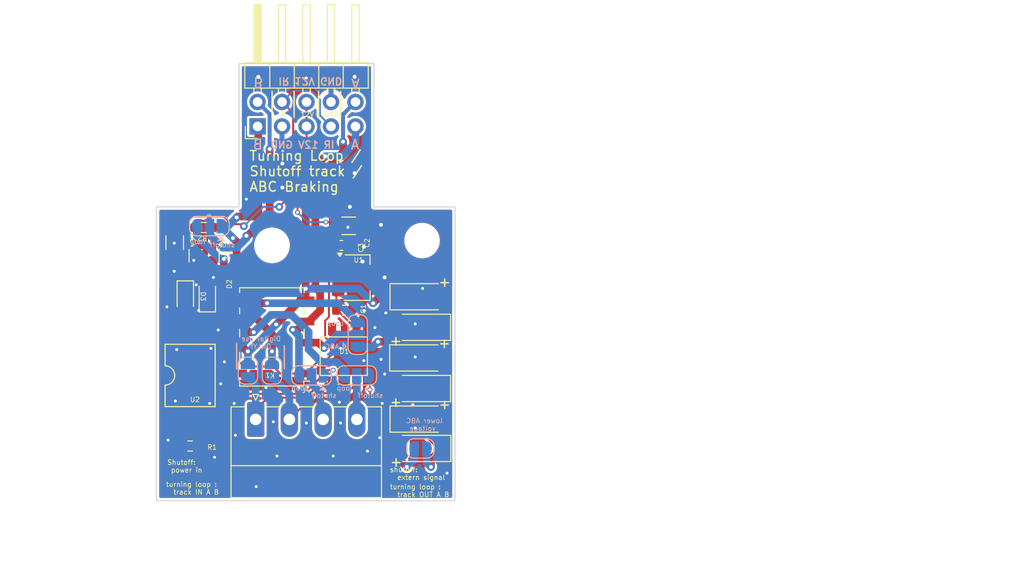
<source format=kicad_pcb>
(kicad_pcb (version 20240108) (generator "pcbnew") (generator_version "8.0")
  (layers (0 "F.Cu" signal) (31 "B.Cu" signal) (34 "B.Paste" user) (35 "F.Paste" user) (36 "B.SilkS" user "B.Silkscreen") (37 "F.SilkS" user "F.Silkscreen") (38 "B.Mask" user) (39 "F.Mask" user) (44 "Edge.Cuts" user))
  (net 0 "")
  (net 1 "VCC")
  (net 2 "GND")
  (net 3 "+12V")
  (net 4 "/DCC_A_OUT")
  (net 5 "/DCC_B_OUT")
  (net 6 "/DCC_B_IN")
  (net 7 "/DCC_A_IN")
  (net 8 "Net-(D2-A)")
  (net 9 "/pow_1")
  (net 10 "Net-(Q2-B)")
  (net 11 "Net-(D3-K)")
  (net 12 "/pow_2")
  (net 13 "/sensor")
  (net 14 "Net-(J4-Pin_4)")
  (net 15 "Net-(J4-Pin_3)")
  (net 16 "/extern_1")
  (net 17 "/extern_2")
  (net 18 "/DCC_B_RELAY")
  (net 19 "Net-(D4-K)")
  (net 20 "Net-(D5-K)")
  (net 21 "/ABC/NEG")
  (net 22 "Net-(D7-K)")
  (net 23 "Net-(D8-K)")
  (net 24 "Net-(JP6-C)")
  (net 25 "Net-(R1-Pad2)")
  (footprint "custom_kicad_lib_sk:S2MF_DIODE" (layer "F.Cu") (at 153.797 55.855 180)
    (property "Reference" "D7" (hide yes))
    (property "Value" "S2MF")
    (fp_text user "+" (at 1.8 -0.95 180) (layer "F.SilkS") (effects (justify left bottom)))
    (pad "1" smd roundrect (at -2.25 0 180) (size 1.6 1.8) (layers "F.Cu" "F.Paste" "F.Mask") (roundrect_rratio 0.1785714286) (net 22 "Net-(D7-K)"))
    (pad "2" smd roundrect (at 2.15 0 180) (size 1.6 1.8) (layers "F.Cu" "F.Paste" "F.Mask") (roundrect_rratio 0.1785714286) (net 20 "Net-(D5-K)"))
  )
  (footprint "Connector_PinHeader_2.54mm:PinHeader_2x05_P2.54mm_Horizontal" (layer "F.Cu") (at 136.925 28.65 90)
    (property "Reference" "J2" (hide yes))
    (property "Value" "Conn_02x05_Odd_Even")
    (pad "1" thru_hole rect (at 0 0 90) (size 1.7 1.7) (drill 1) (layers "*.Cu" "*.Mask") (net 6 "/DCC_B_IN"))
    (pad "2" thru_hole oval (at 2.54 0 90) (size 1.7 1.7) (drill 1) (layers "*.Cu" "*.Mask") (net 5 "/DCC_B_OUT"))
    (pad "3" thru_hole oval (at 0 2.54 90) (size 1.7 1.7) (drill 1) (layers "*.Cu" "*.Mask") (net 2 "GND"))
    (pad "4" thru_hole oval (at 2.54 2.54 90) (size 1.7 1.7) (drill 1) (layers "*.Cu" "*.Mask") (net 13 "/sensor"))
    (pad "5" thru_hole oval (at 0 5.08 90) (size 1.7 1.7) (drill 1) (layers "*.Cu" "*.Mask") (net 3 "+12V"))
    (pad "6" thru_hole oval (at 2.54 5.08 90) (size 1.7 1.7) (drill 1) (layers "*.Cu" "*.Mask") (net 3 "+12V"))
    (pad "7" thru_hole oval (at 0 7.62 90) (size 1.7 1.7) (drill 1) (layers "*.Cu" "*.Mask") (net 13 "/sensor"))
    (pad "8" thru_hole oval (at 2.54 7.62 90) (size 1.7 1.7) (drill 1) (layers "*.Cu" "*.Mask") (net 2 "GND"))
    (pad "9" thru_hole oval (at 0 10.16 90) (size 1.7 1.7) (drill 1) (layers "*.Cu" "*.Mask") (net 7 "/DCC_A_IN"))
    (pad "10" thru_hole oval (at 2.54 10.16 90) (size 1.7 1.7) (drill 1) (layers "*.Cu" "*.Mask") (net 4 "/DCC_A_OUT"))
  )
  (footprint "custom_kicad_lib_sk:S2MF_DIODE" (layer "F.Cu") (at 153.833 46.33)
    (property "Reference" "D6" (hide yes))
    (property "Value" "S2MF")
    (fp_text user "+" (at 1.8 -0.95 0) (layer "F.SilkS") (effects (justify left bottom)))
    (pad "1" smd roundrect (at -2.25 0) (size 1.6 1.8) (layers "F.Cu" "F.Paste" "F.Mask") (roundrect_rratio 0.1785714286) (net 7 "/DCC_A_IN"))
    (pad "2" smd roundrect (at 2.15 0) (size 1.6 1.8) (layers "F.Cu" "F.Paste" "F.Mask") (roundrect_rratio 0.1785714286) (net 21 "/ABC/NEG"))
  )
  (footprint "custom_kicad_lib_sk:MB10s" (layer "F.Cu") (at 145.923 52.5)
    (property "Reference" "D1" (at 0 -0.5 0) (layer "F.SilkS") (effects (font (size 0.5 0.5) (thickness 0.075))))
    (property "Value" "MB10S")
    (fp_text user "~" (at 0.3 3.2 0) (layer "F.SilkS") (effects (font (size 0.5 0.5) (thickness 0.075)) (justify left bottom)))
    (fp_text user "+" (at 0.2 -2.5 0) (layer "F.SilkS") (effects (font (size 0.5 0.5) (thickness 0.075)) (justify left bottom)))
    (fp_text user "-" (at -0.9 -2.5 0) (layer "F.SilkS") (effects (font (size 0.5 0.5) (thickness 0.075)) (justify left bottom)))
    (fp_text user "~" (at -0.8 3.2 0) (layer "F.SilkS") (effects (font (size 0.5 0.5) (thickness 0.075)) (justify left bottom)))
    (pad "1" smd roundrect (at 1.275 -2.7715 270) (size 1.343 0.85) (layers "F.Cu" "F.Paste" "F.Mask") (net 1 "VCC"))
    (pad "2" smd roundrect (at -1.27 -2.7715 270) (size 1.343 0.84) (layers "F.Cu" "F.Paste" "F.Mask") (net 2 "GND"))
    (pad "3" smd roundrect (at -1.27 2.8215 270) (size 1.443 0.84) (layers "F.Cu" "F.Paste" "F.Mask") (net 9 "/pow_1"))
    (pad "4" smd roundrect (at 1.27 2.8215 270) (size 1.443 0.84) (layers "F.Cu" "F.Paste" "F.Mask") (net 12 "/pow_2"))
  )
  (footprint "Resistor_SMD:R_0603_1608Metric" (layer "F.Cu") (at 129.921 61.824 180)
    (property "Reference" "R1" (at -2.286 -0.127 0) (layer "F.SilkS") (effects (font (size 0.5 0.5) (thickness 0.075))))
    (property "Value" "390R")
    (pad "1" smd roundrect (at -0.825 0 180) (size 0.8 0.95) (layers "F.Cu" "F.Paste" "F.Mask") (net 17 "/extern_2"))
    (pad "2" smd roundrect (at 0.825 0 180) (size 0.8 0.95) (layers "F.Cu" "F.Paste" "F.Mask") (net 25 "Net-(R1-Pad2)"))
  )
  (footprint "Diode_SMD:D_SOD-323" (layer "F.Cu") (at 131.707 46.29 90)
    (property "Reference" "D2" (at 1.27 2.286 90) (layer "F.SilkS") (effects (font (size 0.5 0.5) (thickness 0.075))))
    (property "Value" "1N4148WS")
    (pad "1" smd roundrect (at -1.05 0 90) (size 0.6 0.45) (layers "F.Cu" "F.Paste" "F.Mask") (net 3 "+12V"))
    (pad "2" smd roundrect (at 1.05 0 90) (size 0.6 0.45) (layers "F.Cu" "F.Paste" "F.Mask") (net 8 "Net-(D2-A)"))
  )
  (footprint "custom_kicad_lib_sk:S2MF_DIODE" (layer "F.Cu") (at 153.824 62.078 180)
    (property "Reference" "D9" (hide yes))
    (property "Value" "S2MF")
    (fp_text user "+" (at 1.8 -0.95 180) (layer "F.SilkS") (effects (justify left bottom)))
    (pad "1" smd roundrect (at -2.25 0 180) (size 1.6 1.8) (layers "F.Cu" "F.Paste" "F.Mask") (roundrect_rratio 0.1785714286) (net 21 "/ABC/NEG"))
    (pad "2" smd roundrect (at 2.15 0 180) (size 1.6 1.8) (layers "F.Cu" "F.Paste" "F.Mask") (roundrect_rratio 0.1785714286) (net 23 "Net-(D8-K)"))
  )
  (footprint "custom_kicad_lib_sk:R_0603_smalltext" (layer "F.Cu") (at 131.3475 39.1415 180)
    (property "Reference" "R2" (at 0.15 -1.125 180) (layer "F.SilkS") (effects (font (size 0.5 0.5) (thickness 0.075))))
    (property "Value" "4k7")
    (pad "1" smd roundrect (at -0.9125 0 180) (size 0.975 0.95) (layers "F.Cu" "F.Paste" "F.Mask") (net 10 "Net-(Q2-B)"))
    (pad "2" smd roundrect (at 0.9125 0 180) (size 0.975 0.95) (layers "F.Cu" "F.Paste" "F.Mask") (net 11 "Net-(D3-K)"))
  )
  (footprint "Capacitor_SMD:C_1206_3216Metric" (layer "F.Cu") (at 146.3865 38.966)
    (property "Reference" "C2" (at 1.905 1.778 90) (layer "F.SilkS") (effects (font (size 0.5 0.5) (thickness 0.075))))
    (property "Value" "22uF")
    (pad "1" smd roundrect (at -1.475 0) (size 1.15 1.8) (layers "F.Cu" "F.Paste" "F.Mask") (roundrect_rratio 0.217391) (net 3 "+12V"))
    (pad "2" smd roundrect (at 1.475 0) (size 1.15 1.8) (layers "F.Cu" "F.Paste" "F.Mask") (roundrect_rratio 0.217391) (net 2 "GND"))
  )
  (footprint "Capacitor_SMD:C_1206_3216Metric" (layer "F.Cu") (at 128.323 40.7145 -90)
    (property "Reference" "C4" (at 0 -1.85 -90) (layer "F.SilkS") (effects (font (size 0.5 0.5) (thickness 0.075))))
    (property "Value" "22uF")
    (pad "1" smd roundrect (at -1.475 0 270) (size 1.15 1.8) (layers "F.Cu" "F.Paste" "F.Mask") (roundrect_rratio 0.217391) (net 11 "Net-(D3-K)"))
    (pad "2" smd roundrect (at 1.475 0 270) (size 1.15 1.8) (layers "F.Cu" "F.Paste" "F.Mask") (roundrect_rratio 0.217391) (net 2 "GND"))
  )
  (footprint "Relay_SMD:Relay_DPDT_Omron_G6K-2F-Y" (layer "F.Cu") (at 138.421 50.5 180)
    (property "Reference" "K1" (at 0.198 -3.988 180) (layer "F.SilkS") (effects (font (size 0.5 0.5) (thickness 0.075))))
    (property "Value" "G6K-2F-Y-TR DC5")
    (pad "1" smd rect (at -3.5 -3.8 180) (size 1.8 0.8) (layers "F.Cu" "F.Paste" "F.Mask") (net 3 "+12V"))
    (pad "2" smd rect (at -3.5 -0.6 180) (size 1.8 0.8) (layers "F.Cu" "F.Paste" "F.Mask") (net 24 "Net-(JP6-C)"))
    (pad "3" smd rect (at -3.5 1.6 180) (size 1.8 0.8) (layers "F.Cu" "F.Paste" "F.Mask") (net 4 "/DCC_A_OUT"))
    (pad "4" smd rect (at -3.5 3.8 180) (size 1.8 0.8) (layers "F.Cu" "F.Paste" "F.Mask") (net 7 "/DCC_A_IN"))
    (pad "5" smd rect (at 3.5 3.8 180) (size 1.8 0.8) (layers "F.Cu" "F.Paste" "F.Mask") (net 6 "/DCC_B_IN"))
    (pad "6" smd rect (at 3.5 1.6 180) (size 1.8 0.8) (layers "F.Cu" "F.Paste" "F.Mask") (net 18 "/DCC_B_RELAY"))
    (pad "7" smd rect (at 3.5 -0.6 180) (size 1.8 0.8) (layers "F.Cu" "F.Paste" "F.Mask") (net 7 "/DCC_A_IN"))
    (pad "8" smd rect (at 3.5 -3.8 180) (size 1.8 0.8) (layers "F.Cu" "F.Paste" "F.Mask") (net 8 "Net-(D2-A)"))
  )
  (footprint "custom_kicad_lib_sk:S2MF_DIODE" (layer "F.Cu") (at 153.833 59.03)
    (property "Reference" "D8" (hide yes))
    (property "Value" "S2MF")
    (fp_text user "+" (at 1.8 -0.95 0) (layer "F.SilkS") (effects (justify left bottom)))
    (pad "1" smd roundrect (at -2.25 0) (size 1.6 1.8) (layers "F.Cu" "F.Paste" "F.Mask") (roundrect_rratio 0.1785714286) (net 23 "Net-(D8-K)"))
    (pad "2" smd roundrect (at 2.15 0) (size 1.6 1.8) (layers "F.Cu" "F.Paste" "F.Mask") (roundrect_rratio 0.1785714286) (net 22 "Net-(D7-K)"))
  )
  (footprint "custom_kicad_lib_sk:S2MF_DIODE" (layer "F.Cu") (at 153.797 49.505 180)
    (property "Reference" "D4" (hide yes))
    (property "Value" "S2MF")
    (fp_text user "+" (at 1.8 -0.95 180) (layer "F.SilkS") (effects (justify left bottom)))
    (pad "1" smd roundrect (at -2.25 0 180) (size 1.6 1.8) (layers "F.Cu" "F.Paste" "F.Mask") (roundrect_rratio 0.1785714286) (net 19 "Net-(D4-K)"))
    (pad "2" smd roundrect (at 2.15 0 180) (size 1.6 1.8) (layers "F.Cu" "F.Paste" "F.Mask") (roundrect_rratio 0.1785714286) (net 7 "/DCC_A_IN"))
  )
  (footprint "Package_TO_SOT_SMD:SOT-23" (layer "F.Cu") (at 131.371 42.0625 -90)
    (property "Reference" "Q2" (at 0 -2.4 -90) (layer "F.SilkS") (effects (font (size 0.5 0.5) (thickness 0.075))))
    (property "Value" "NPN_TOR")
    (pad "1" smd roundrect (at -0.9375 -0.95 270) (size 1.475 0.6) (layers "F.Cu" "F.Paste" "F.Mask") (net 10 "Net-(Q2-B)"))
    (pad "2" smd roundrect (at -0.9375 0.95 270) (size 1.475 0.6) (layers "F.Cu" "F.Paste" "F.Mask") (net 2 "GND"))
    (pad "3" smd roundrect (at 0.9375 0 270) (size 1.475 0.6) (layers "F.Cu" "F.Paste" "F.Mask") (net 8 "Net-(D2-A)"))
  )
  (footprint "Capacitor_SMD:C_0603_1608Metric" (layer "F.Cu") (at 145.6245 40.998 180)
    (property "Reference" "C3" (at -2.032 -0.254 90) (layer "F.SilkS") (effects (font (size 0.5 0.5) (thickness 0.075))))
    (property "Value" "100nF")
    (pad "1" smd roundrect (at -0.775 0 180) (size 0.9 0.95) (layers "F.Cu" "F.Paste" "F.Mask") (net 2 "GND"))
    (pad "2" smd roundrect (at 0.775 0 180) (size 0.9 0.95) (layers "F.Cu" "F.Paste" "F.Mask") (net 3 "+12V"))
  )
  (footprint "MountingHole:MountingHole_3.2mm_M3" (layer "F.Cu") (at 138.421 41)
    (property "Reference" "REF**" (hide yes))
    (property "Value" "MountingHole_3.2mm_M3")
    (pad "" np_thru_hole circle (at 0 0) (size 3.2 3.2) (drill 3.2) (layers "F&B.Cu" "*.Mask"))
  )
  (footprint "Diode_SMD:D_SOD-323" (layer "F.Cu") (at 129.421 46.29 -90)
    (property "Reference" "D3" (at 0 -1.85 -90) (layer "F.SilkS") (effects (font (size 0.5 0.5) (thickness 0.075))))
    (property "Value" "1N4148WS")
    (pad "1" smd roundrect (at -1.05 0 270) (size 0.6 0.45) (layers "F.Cu" "F.Paste" "F.Mask") (net 11 "Net-(D3-K)"))
    (pad "2" smd roundrect (at 1.05 0 270) (size 0.6 0.45) (layers "F.Cu" "F.Paste" "F.Mask") (net 13 "/sensor"))
  )
  (footprint "Connector_Phoenix_MC:PhoenixContact_MC_1,5_4-G-3.5_1x04_P3.50mm_Horizontal" (layer "F.Cu") (at 136.726 59.0675)
    (property "Reference" "J4" (at 5.25 -3 0) (layer "F.SilkS") (effects (font (size 0.5 0.5) (thickness 0.075))))
    (property "Value" "Screw_Terminal_01x04")
    (pad "1" thru_hole roundrect (at 0 0) (size 1.8 3.6) (drill 1.2) (layers "*.Cu" "*.Mask") (roundrect_rratio 0.138889) (net 9 "/pow_1"))
    (pad "2" thru_hole oval (at 3.5 0) (size 1.8 3.6) (drill 1.2) (layers "*.Cu" "*.Mask") (net 12 "/pow_2"))
    (pad "3" thru_hole oval (at 7 0) (size 1.8 3.6) (drill 1.2) (layers "*.Cu" "*.Mask") (net 15 "Net-(J4-Pin_3)"))
    (pad "4" thru_hole oval (at 10.5 0) (size 1.8 3.6) (drill 1.2) (layers "*.Cu" "*.Mask") (net 14 "Net-(J4-Pin_4)"))
  )
  (footprint "MountingHole:MountingHole_3.2mm_M3" (layer "F.Cu") (at 154 40.5)
    (property "Reference" "REF**" (hide yes))
    (property "Value" "MountingHole_3.2mm_M3")
    (pad "" np_thru_hole circle (at 0 0) (size 3.2 3.2) (drill 3.2) (layers "F&B.Cu" "*.Mask"))
  )
  (footprint "Package_DIP:SMDIP-4_W9.53mm" (layer "F.Cu") (at 129.921 54.5 90)
    (property "Reference" "U2" (at -2.5 0.5 0) (layer "F.SilkS") (effects (font (size 0.5 0.5) (thickness 0.075))))
    (property "Value" "EL814")
    (pad "1" smd rect (at -4.765 -1.27 90) (size 2 1.78) (layers "F.Cu" "F.Paste" "F.Mask") (net 16 "/extern_1"))
    (pad "2" smd rect (at -4.765 1.27 90) (size 2 1.78) (layers "F.Cu" "F.Paste" "F.Mask") (net 25 "Net-(R1-Pad2)"))
    (pad "3" smd rect (at 4.765 1.27 90) (size 2 1.78) (layers "F.Cu" "F.Paste" "F.Mask") (net 2 "GND"))
    (pad "4" smd rect (at 4.765 -1.27 90) (size 2 1.78) (layers "F.Cu" "F.Paste" "F.Mask") (net 8 "Net-(D2-A)"))
  )
  (footprint "custom_kicad_lib_sk:S2MF_DIODE" (layer "F.Cu") (at 153.797 52.68)
    (property "Reference" "D5" (hide yes))
    (property "Value" "S2MF")
    (fp_text user "+" (at 1.8 -0.95 0) (layer "F.SilkS") (effects (justify left bottom)))
    (pad "1" smd roundrect (at -2.25 0) (size 1.6 1.8) (layers "F.Cu" "F.Paste" "F.Mask") (roundrect_rratio 0.1785714286) (net 20 "Net-(D5-K)"))
    (pad "2" smd roundrect (at 2.15 0) (size 1.6 1.8) (layers "F.Cu" "F.Paste" "F.Mask") (roundrect_rratio 0.1785714286) (net 19 "Net-(D4-K)"))
  )
  (footprint "Package_TO_SOT_SMD:SOT-89-3" (layer "F.Cu") (at 147.238 44.346)
    (property "Reference" "U1" (at 0.1645 -1.824 0) (layer "F.SilkS") (effects (font (size 0.5 0.5) (thickness 0.075))))
    (property "Value" "L78L12_SOT89")
    (pad "1" smd roundrect (at -1.95 -1.5) (size 1.3 0.9) (layers "F.Cu" "F.Paste" "F.Mask") (net 3 "+12V"))
    (pad "2" smd custom (at -1.8625 0) (size 1.475 0.9) (layers "F.Cu" "F.Paste" "F.Mask") (net 2 "GND") (options (clearance outline) (anchor rect)) (primitives (gr_poly (pts (xy 3.8625 0.8665) (xy 0.7375 0.8665) (xy 0.7375 -0.8665) (xy 3.8625 -0.8665)) (width 0) (fill yes))))
    (pad "3" smd roundrect (at -1.95 1.5) (size 1.3 0.9) (layers "F.Cu" "F.Paste" "F.Mask") (net 1 "VCC"))
  )
  (footprint "Capacitor_SMD:C_0603_1608Metric" (layer "F.Cu") (at 145.8785 47.729 180)
    (property "Reference" "C1" (at -2.032 0.127 90) (layer "F.SilkS") (effects (font (size 0.5 0.5) (thickness 0.075))))
    (property "Value" "100nF")
    (pad "1" smd roundrect (at -0.775 0 180) (size 0.9 0.95) (layers "F.Cu" "F.Paste" "F.Mask") (net 2 "GND"))
    (pad "2" smd roundrect (at 0.775 0 180) (size 0.9 0.95) (layers "F.Cu" "F.Paste" "F.Mask") (net 1 "VCC"))
  )
  (footprint "Jumper:SolderJumper-2_P1.3mm_Open_RoundedPad1.0x1.5mm" (layer "B.Cu") (at 135.921 54 90)
    (property "Reference" "JP3" (hide yes))
    (property "Value" "SolderJumper_2_Open")
    (pad "1" smd custom (at -0.65 0 90) (size 1 0.5) (layers "B.Cu" "B.Mask") (net 9 "/pow_1") (options (clearance outline) (anchor rect)) (primitives (gr_circle (center 0 -0.25) (end 0.5 -0.25) (width 0) (fill yes)) (gr_circle (center 0 0.25) (end 0.5 0.25) (width 0) (fill yes)) (gr_poly (pts (xy 0.5 -0.75) (xy 0 -0.75) (xy 0 0.75) (xy 0.5 0.75)) (width 0) (fill yes))))
    (pad "2" smd custom (at 0.65 0 90) (size 1 0.5) (layers "B.Cu" "B.Mask") (net 7 "/DCC_A_IN") (options (clearance outline) (anchor rect)) (primitives (gr_circle (center 0 -0.25) (end 0.5 -0.25) (width 0) (fill yes)) (gr_circle (center 0 0.25) (end 0.5 0.25) (width 0) (fill yes)) (gr_poly (pts (xy 0 -0.75) (xy -0.5 -0.75) (xy -0.5 0.75) (xy 0 0.75)) (width 0) (fill yes))))
  )
  (footprint "Jumper:SolderJumper-2_P1.3mm_Open_RoundedPad1.0x1.5mm" (layer "B.Cu") (at 153.833 62.078 180)
    (property "Reference" "JP7" (hide yes))
    (property "Value" "SolderJumper_2_Open")
    (pad "1" smd custom (at -0.65 0 180) (size 1 0.5) (layers "B.Cu" "B.Mask") (net 21 "/ABC/NEG") (options (clearance outline) (anchor rect)) (primitives (gr_circle (center 0 -0.25) (end 0.5 -0.25) (width 0) (fill yes)) (gr_circle (center 0 0.25) (end 0.5 0.25) (width 0) (fill yes)) (gr_poly (pts (xy 0.5 -0.75) (xy 0 -0.75) (xy 0 0.75) (xy 0.5 0.75)) (width 0) (fill yes))))
    (pad "2" smd custom (at 0.65 0 180) (size 1 0.5) (layers "B.Cu" "B.Mask") (net 23 "Net-(D8-K)") (options (clearance outline) (anchor rect)) (primitives (gr_circle (center 0 -0.25) (end 0.5 -0.25) (width 0) (fill yes)) (gr_circle (center 0 0.25) (end 0.5 0.25) (width 0) (fill yes)) (gr_poly (pts (xy 0 -0.75) (xy -0.5 -0.75) (xy -0.5 0.75) (xy 0 0.75)) (width 0) (fill yes))))
  )
  (footprint "Jumper:SolderJumper-3_P1.3mm_Open_RoundedPad1.0x1.5mm" (layer "B.Cu") (at 147.221 54.5 180)
    (property "Reference" "JP5" (hide yes))
    (property "Value" "SolderJumper_3_Open")
    (pad "1" smd custom (at -1.3 0 180) (size 1 0.5) (layers "B.Cu" "B.Mask") (net 17 "/extern_2") (options (clearance outline) (anchor rect)) (primitives (gr_circle (center 0 -0.25) (end 0.5 -0.25) (width 0) (fill yes)) (gr_circle (center 0 0.25) (end 0.5 0.25) (width 0) (fill yes)) (gr_poly (pts (xy 0.55 -0.75) (xy 0 -0.75) (xy 0 0.75) (xy 0.55 0.75)) (width 0) (fill yes))))
    (pad "2" smd rect (at 0 0 180) (size 1 1.5) (layers "B.Cu" "B.Mask") (net 14 "Net-(J4-Pin_4)"))
    (pad "3" smd custom (at 1.3 0 180) (size 1 0.5) (layers "B.Cu" "B.Mask") (net 18 "/DCC_B_RELAY") (options (clearance outline) (anchor rect)) (primitives (gr_circle (center 0 -0.25) (end 0.5 -0.25) (width 0) (fill yes)) (gr_circle (center 0 0.25) (end 0.5 0.25) (width 0) (fill yes)) (gr_poly (pts (xy 0 -0.75) (xy -0.55 -0.75) (xy -0.55 0.75) (xy 0 0.75)) (width 0) (fill yes))))
  )
  (footprint "Jumper:SolderJumper-3_P1.3mm_Open_RoundedPad1.0x1.5mm" (layer "B.Cu") (at 147.32 50.267 90)
    (property "Reference" "JP6" (hide yes))
    (property "Value" "SolderJumper_3_Open")
    (pad "1" smd custom (at -1.3 0 90) (size 1 0.5) (layers "B.Cu" "B.Mask") (net 21 "/ABC/NEG") (options (clearance outline) (anchor rect)) (primitives (gr_circle (center 0 -0.25) (end 0.5 -0.25) (width 0) (fill yes)) (gr_circle (center 0 0.25) (end 0.5 0.25) (width 0) (fill yes)) (gr_poly (pts (xy 0.55 -0.75) (xy 0 -0.75) (xy 0 0.75) (xy 0.55 0.75)) (width 0) (fill yes))))
    (pad "2" smd rect (at 0 0 90) (size 1 1.5) (layers "B.Cu" "B.Mask") (net 24 "Net-(JP6-C)"))
    (pad "3" smd custom (at 1.3 0 90) (size 1 0.5) (layers "B.Cu" "B.Mask") (net 6 "/DCC_B_IN") (options (clearance outline) (anchor rect)) (primitives (gr_circle (center 0 -0.25) (end 0.5 -0.25) (width 0) (fill yes)) (gr_circle (center 0 0.25) (end 0.5 0.25) (width 0) (fill yes)) (gr_poly (pts (xy 0 -0.75) (xy -0.55 -0.75) (xy -0.55 0.75) (xy 0 0.75)) (width 0) (fill yes))))
  )
  (footprint "Jumper:SolderJumper-3_P1.3mm_Open_RoundedPad1.0x1.5mm" (layer "B.Cu") (at 142.522 54.5 180)
    (property "Reference" "JP4" (hide yes))
    (property "Value" "SolderJumper_3_Open")
    (pad "1" smd custom (at -1.3 0 180) (size 1 0.5) (layers "B.Cu" "B.Mask") (net 16 "/extern_1") (options (clearance outline) (anchor rect)) (primitives (gr_circle (center 0 -0.25) (end 0.5 -0.25) (width 0) (fill yes)) (gr_circle (center 0 0.25) (end 0.5 0.25) (width 0) (fill yes)) (gr_poly (pts (xy 0.55 -0.75) (xy 0 -0.75) (xy 0 0.75) (xy 0.55 0.75)) (width 0) (fill yes))))
    (pad "2" smd rect (at 0 0 180) (size 1 1.5) (layers "B.Cu" "B.Mask") (net 15 "Net-(J4-Pin_3)"))
    (pad "3" smd custom (at 1.3 0 180) (size 1 0.5) (layers "B.Cu" "B.Mask") (net 4 "/DCC_A_OUT") (options (clearance outline) (anchor rect)) (primitives (gr_circle (center 0 -0.25) (end 0.5 -0.25) (width 0) (fill yes)) (gr_circle (center 0 0.25) (end 0.5 0.25) (width 0) (fill yes)) (gr_poly (pts (xy 0 -0.75) (xy -0.55 -0.75) (xy -0.55 0.75) (xy 0 0.75)) (width 0) (fill yes))))
  )
  (footprint "Jumper:SolderJumper-3_P1.3mm_Open_RoundedPad1.0x1.5mm" (layer "B.Cu") (at 131.921 39 180)
    (property "Reference" "JP1" (hide yes))
    (property "Value" "SolderJumper_3_Open")
    (pad "1" smd custom (at -1.3 0 180) (size 1 0.5) (layers "B.Cu" "B.Mask") (net 6 "/DCC_B_IN") (options (clearance outline) (anchor rect)) (primitives (gr_circle (center 0 -0.25) (end 0.5 -0.25) (width 0) (fill yes)) (gr_circle (center 0 0.25) (end 0.5 0.25) (width 0) (fill yes)) (gr_poly (pts (xy 0.55 -0.75) (xy 0 -0.75) (xy 0 0.75) (xy 0.55 0.75)) (width 0) (fill yes))))
    (pad "2" smd rect (at 0 0 180) (size 1 1.5) (layers "B.Cu" "B.Mask") (net 5 "/DCC_B_OUT"))
    (pad "3" smd custom (at 1.3 0 180) (size 1 0.5) (layers "B.Cu" "B.Mask") (net 18 "/DCC_B_RELAY") (options (clearance outline) (anchor rect)) (primitives (gr_circle (center 0 -0.25) (end 0.5 -0.25) (width 0) (fill yes)) (gr_circle (center 0 0.25) (end 0.5 0.25) (width 0) (fill yes)) (gr_poly (pts (xy 0 -0.75) (xy -0.55 -0.75) (xy -0.55 0.75) (xy 0 0.75)) (width 0) (fill yes))))
  )
  (footprint "Jumper:SolderJumper-2_P1.3mm_Open_RoundedPad1.0x1.5mm" (layer "B.Cu") (at 138.421 54 90)
    (property "Reference" "JP2" (hide yes))
    (property "Value" "SolderJumper_2_Open")
    (pad "1" smd custom (at -0.65 0 90) (size 1 0.5) (layers "B.Cu" "B.Mask") (net 12 "/pow_2") (options (clearance outline) (anchor rect)) (primitives (gr_circle (center 0 -0.25) (end 0.5 -0.25) (width 0) (fill yes)) (gr_circle (center 0 0.25) (end 0.5 0.25) (width 0) (fill yes)) (gr_poly (pts (xy 0.5 -0.75) (xy 0 -0.75) (xy 0 0.75) (xy 0.5 0.75)) (width 0) (fill yes))))
    (pad "2" smd custom (at 0.65 0 90) (size 1 0.5) (layers "B.Cu" "B.Mask") (net 6 "/DCC_B_IN") (options (clearance outline) (anchor rect)) (primitives (gr_circle (center 0 -0.25) (end 0.5 -0.25) (width 0) (fill yes)) (gr_circle (center 0 0.25) (end 0.5 0.25) (width 0) (fill yes)) (gr_poly (pts (xy 0 -0.75) (xy -0.5 -0.75) (xy -0.5 0.75) (xy 0 0.75)) (width 0) (fill yes))))
  )
  (gr_line (start 134.747 53.823) (end 134.747 51.156) (stroke (width 0.15)) (layer "B.SilkS"))
  (gr_line (start 139.7 53.823) (end 139.7 51.41) (stroke (width 0.15)) (layer "B.SilkS"))
  (gr_line (start 143.256 25.019) (end 143.256 27.686) (stroke (width 0.15)) (layer "F.SilkS"))
  (gr_line (start 145.542 25.019) (end 145.542 27.686) (stroke (width 0.15)) (layer "F.SilkS"))
  (gr_line (start 140.716 25.019) (end 140.716 27.686) (stroke (width 0.15)) (layer "F.SilkS"))
  (gr_line (start 138.43 25.019) (end 138.43 27.686) (stroke (width 0.15)) (layer "F.SilkS"))
  (gr_line (start 149 22.11) (end 149 37) (stroke (width 0.1)) (layer "Edge.Cuts"))
  (gr_line (start 149 37) (end 157.421 37) (stroke (width 0.1)) (layer "Edge.Cuts"))
  (gr_line (start 135 37) (end 130.921 37) (stroke (width 0.1)) (layer "Edge.Cuts"))
  (gr_line (start 126.421 67.5) (end 126.421 37) (stroke (width 0.1)) (layer "Edge.Cuts"))
  (gr_line (start 135 37) (end 135 22.11) (stroke (width 0.1)) (layer "Edge.Cuts"))
  (gr_line (start 157.421 37) (end 157.421 67.5) (stroke (width 0.1)) (layer "Edge.Cuts"))
  (gr_line (start 135 22.11) (end 149 22.11) (stroke (width 0.1)) (layer "Edge.Cuts"))
  (gr_line (start 130.921 37) (end 126.421 37) (stroke (width 0.1)) (layer "Edge.Cuts"))
  (gr_line (start 157.421 67.5) (end 126.421 67.5) (stroke (width 0.1)) (layer "Edge.Cuts"))
  (gr_text "lower ABC \nvoltage" (at 154.051 60.3 0) (layer "B.SilkS") (effects (font (size 0.5 0.5) (thickness 0.075)) (justify bottom mirror)))
  (gr_text "shutoff" (at 145.161 56.871 0) (layer "B.SilkS") (effects (font (size 0.5 0.5) (thickness 0.075)) (justify left bottom mirror)))
  (gr_text "Digital use\nONLY!" (at 137.287 51.791 0) (layer "B.SilkS") (effects (font (size 0.5 0.5) (thickness 0.075)) (justify bottom mirror)))
  (gr_text "shutoff" (at 149.987 56.871 0) (layer "B.SilkS") (effects (font (size 0.5 0.5) (thickness 0.075)) (justify left bottom mirror)))
  (gr_text "Loop" (at 145.923 49.378 0) (layer "B.SilkS") (effects (font (size 0.5 0.5) (thickness 0.075)) (justify left bottom mirror)))
  (gr_text "ABC" (at 145.415 51.791 0) (layer "B.SilkS") (effects (font (size 0.5 0.5) (thickness 0.075)) (justify left bottom mirror)))
  (gr_text "shutoff" (at 134.62 41.25 0) (layer "B.SilkS") (effects (font (size 0.5 0.5) (thickness 0.075)) (justify left bottom mirror)))
  (gr_text "A" (at 146.558 23.622 180) (layer "B.SilkS") (effects (font (size 1 1)) (justify left bottom mirror)))
  (gr_text "B" (at 137.541 31.115 0) (layer "B.SilkS") (effects (font (size 1 1)) (justify left bottom mirror)))
  (gr_text "loop" (at 146.812 56.109 0) (layer "B.SilkS") (effects (font (size 0.5 0.5) (thickness 0.075)) (justify left bottom mirror)))
  (gr_text "IR 12V GND" (at 139 23.5 180) (layer "B.SilkS") (effects (font (size 0.75 0.75)) (justify left bottom mirror)))
  (gr_text "IR 12V GND" (at 145 31 0) (layer "B.SilkS") (effects (font (size 0.75 0.75)) (justify left bottom mirror)))
  (gr_text "loop" (at 131.572 40.869 0) (layer "B.SilkS") (effects (font (size 0.5 0.5) (thickness 0.075)) (justify left bottom mirror)))
  (gr_text "loop" (at 142.113 56.109 0) (layer "B.SilkS") (effects (font (size 0.5 0.5) (thickness 0.075)) (justify left bottom mirror)))
  (gr_text "B" (at 136.398 23.495 180) (layer "B.SilkS") (effects (font (size 1 1)) (justify left bottom mirror)))
  (gr_text "A" (at 147.574 31.115 0) (layer "B.SilkS") (effects (font (size 1 1)) (justify left bottom mirror)))
  (gr_text "12V" (at 141.351 27.686 0) (layer "F.SilkS") (effects (font (size 0.5 0.5) (thickness 0.075)) (justify left bottom)))
  (gr_text "Turning Loop /\nShutoff track /\nABC Braking" (at 136 35.5 0) (layer "F.SilkS") (effects (font (size 1 1)) (justify left bottom)))
  (gr_text "GND" (at 143.764 27.686 0) (layer "F.SilkS") (effects (font (size 0.5 0.5) (thickness 0.075)) (justify left bottom)))
  (gr_text "turning loop : \n  track OUT A B\n" (at 150.622 67.158 0) (layer "F.SilkS") (effects (font (size 0.5 0.5) (thickness 0.075)) (justify left bottom)))
  (gr_text "shutoff: \n  extern signal" (at 150.622 65.38 0) (layer "F.SilkS") (effects (font (size 0.5 0.5) (thickness 0.075)) (justify left bottom)))
  (gr_text "IR" (at 139.065 27.686 0) (layer "F.SilkS") (effects (font (size 0.5 0.5) (thickness 0.075)) (justify left bottom)))
  (gr_text "Shutoff:\n power in" (at 127.508 64.618 0) (layer "F.SilkS") (effects (font (size 0.5 0.5) (thickness 0.075)) (justify left bottom)))
  (gr_text "turning loop : \n  track IN A B\n" (at 127.381 66.904 0) (layer "F.SilkS") (effects (font (size 0.5 0.5) (thickness 0.075)) (justify left bottom)))
  (segment (start 145.1035 47.729) (end 145.1035 47.092) (width 0.2) (layer "F.Cu") (net 1))
  (segment (start 145.1035 47.092) (end 145.1035 47.634) (width 0.2) (layer "F.Cu") (net 1))
  (segment (start 145.1035 46.0305) (end 145.288 45.846) (width 0.2) (layer "F.Cu") (net 1))
  (segment (start 145.1035 47.092) (end 145.1035 46.0305) (width 0.2) (layer "F.Cu") (net 1))
  (segment (start 145.1035 47.634) (end 147.198 49.7285) (width 0.2) (layer "F.Cu") (net 1))
  (segment (start 131.318 50.927) (end 131.318 49.862) (width 0.25) (layer "F.Cu") (net 2))
  (segment (start 131.318 49.862) (end 131.191 49.735) (width 0.25) (layer "F.Cu") (net 2))
  (segment (start 132.08 51.689) (end 131.318 50.927) (width 0.25) (layer "F.Cu") (net 2))
  (via (at 135.763 36.195) (size 0.5) (drill 0.3) (layers "F.Cu" "B.Cu") (net 2))
  (via (at 149.733 38.862) (size 0.8) (drill 0.4) (layers "F.Cu" "B.Cu") (net 2))
  (via (at 128.397 57.15) (size 0.5) (drill 0.3) (layers "F.Cu" "B.Cu") (net 2))
  (via (at 132.08 51.689) (size 0.5) (drill 0.3) (layers "F.Cu" "B.Cu") (net 2))
  (via (at 150.114 44.323) (size 0.8) (drill 0.4) (layers "F.Cu" "B.Cu") (net 2))
  (via (at 146.304 39.116) (size 0.5) (drill 0.3) (layers "F.Cu" "B.Cu") (net 2))
  (via (at 150.241 48.006) (size 0.5) (drill 0.3) (layers "F.Cu" "B.Cu") (net 2))
  (via (at 139.5 35) (size 0.8) (drill 0.4) (layers "F.Cu" "B.Cu") (net 2))
  (via (at 145.542 59.436) (size 0.5) (drill 0.3) (layers "F.Cu" "B.Cu") (net 2))
  (via (at 148.336 62.357) (size 0.5) (drill 0.3) (layers "F.Cu" "B.Cu") (net 2))
  (via (at 131.953 57.404) (size 0.5) (drill 0.3) (layers "F.Cu" "B.Cu") (net 2))
  (via (at 147.955 52.959) (size 0.5) (drill 0.3) (layers "F.Cu" "B.Cu") (net 2))
  (via (at 136.779 66.04) (size 0.5) (drill 0.3) (layers "F.Cu" "B.Cu") (net 2))
  (via (at 147 33.5) (size 0.8) (drill 0.4) (layers "F.Cu" "B.Cu") (net 2))
  (via (at 141.986 23.622) (size 0.5) (drill 0.3) (layers "F.Cu" "B.Cu") (net 2))
  (via (at 149.733 52.832) (size 0.5) (drill 0.3) (layers "F.Cu" "B.Cu") (net 2))
  (via (at 149.86 57.404) (size 0.5) (drill 0.3) (layers "F.Cu" "B.Cu") (net 2))
  (via (at 149.606 60.96) (size 0.5) (drill 0.3) (layers "F.Cu" "B.Cu") (net 2))
  (via (at 132.461 62.992) (size 0.5) (drill 0.3) (layers "F.Cu" "B.Cu") (net 2))
  (via (at 145.415 57.277) (size 0.5) (drill 0.3) (layers "F.Cu" "B.Cu") (net 2))
  (via (at 134.62 60.706) (size 0.5) (drill 0.3) (layers "F.Cu" "B.Cu") (net 2))
  (via (at 150.114 54.356) (size 0.5) (drill 0.3) (layers "F.Cu" "B.Cu") (net 2))
  (via (at 137.795 55.753) (size 0.5) (drill 0.3) (layers "F.Cu" "B.Cu") (net 2))
  (via (at 147.955 41.148) (size 0.8) (drill 0.4) (layers "F.Cu" "B.Cu") (net 2))
  (via (at 154.051 45.466) (size 0.5) (drill 0.3) (layers "F.Cu" "B.Cu") (net 2))
  (via (at 147.828 42.672) (size 0.8) (drill 0.4) (layers "F.Cu" "B.Cu") (net 2))
  (via (at 141.224 55.753) (size 0.5) (drill 0.3) (layers "F.Cu" "B.Cu") (net 2))
  (via (at 144.78 62.865) (size 0.5) (drill 0.3) (layers "F.Cu" "B.Cu") (net 2))
  (via (at 130.81 47.752) (size 0.5) (drill 0.3) (layers "F.Cu" "B.Cu") (net 2))
  (via (at 153.035 57.531) (size 0.5) (drill 0.3) (layers "F.Cu" "B.Cu") (net 2))
  (via (at 134.493 57.404) (size 0.5) (drill 0.3) (layers "F.Cu" "B.Cu") (net 2))
  (via (at 147 23.5) (size 0.8) (drill 0.4) (layers "F.Cu" "B.Cu") (net 2))
  (via (at 141.986 59.436) (size 0.5) (drill 0.3) (layers "F.Cu" "B.Cu") (net 2))
  (via (at 137 23.5) (size 0.8) (drill 0.4) (layers "F.Cu" "B.Cu") (net 2))
  (via (at 127.635 61.214) (size 0.5) (drill 0.3) (layers "F.Cu" "B.Cu") (net 2))
  (via (at 130.556 45.085) (size 0.5) (drill 0.3) (layers "F.Cu" "B.Cu") (net 2))
  (via (at 156.591 64.643) (size 0.5) (drill 0.3) (layers "F.Cu" "B.Cu") (net 2))
  (via (at 145.542 51.689) (size 0.5) (drill 0.3) (layers "F.Cu" "B.Cu") (net 2))
  (via (at 153.289 59.944) (size 0.5) (drill 0.3) (layers "F.Cu" "B.Cu") (net 2))
  (via (at 153.289 49.149) (size 0.5) (drill 0.3) (layers "F.Cu" "B.Cu") (net 2))
  (via (at 133.096 55.372) (size 0.5) (drill 0.3) (layers "F.Cu" "B.Cu") (net 2))
  (via (at 128.27 43.688) (size 0.5) (drill 0.3) (layers "F.Cu" "B.Cu") (net 2))
  (via (at 147.955 47.752) (size 0.5) (drill 0.3) (layers "F.Cu" "B.Cu") (net 2))
  (via (at 149.098 49.53) (size 0.5) (drill 0.3) (layers "F.Cu" "B.Cu") (net 2))
  (via (at 128.27 40.767) (size 0.5) (drill 0.3) (layers "F.Cu" "B.Cu") (net 2))
  (via (at 132.334 44.323) (size 0.5) (drill 0.3) (layers "F.Cu" "B.Cu") (net 2))
  (via (at 133.477 53.086) (size 0.5) (drill 0.3) (layers "F.Cu" "B.Cu") (net 2))
  (via (at 138.938 62.865) (size 0.5) (drill 0.3) (layers "F.Cu" "B.Cu") (net 2))
  (via (at 130.302 42.545) (size 0.5) (drill 0.3) (layers "F.Cu" "B.Cu") (net 2))
  (via (at 127.508 47.371) (size 0.5) (drill 0.3) (layers "F.Cu" "B.Cu") (net 2))
  (via (at 128.524 51.816) (size 0.5) (drill 0.3) (layers "F.Cu" "B.Cu") (net 2))
  (via (at 139.5 32.5) (size 0.8) (drill 0.4) (layers "F.Cu" "B.Cu") (net 2))
  (via (at 138.557 59.309) (size 0.5) (drill 0.3) (layers "F.Cu" "B.Cu") (net 2))
  (via (at 153.289 52.578) (size 0.5) (drill 0.3) (layers "F.Cu" "B.Cu") (net 2))
  (via (at 146.5 37) (size 0.8) (drill 0.4) (layers "F.Cu" "B.Cu") (net 2))
  (via (at 132.842 49.784) (size 0.5) (drill 0.3) (layers "F.Cu" "B.Cu") (net 2))
  (segment (start 133.721 51.781) (end 135.509 53.569) (width 0.2) (layer "F.Cu") (net 3))
  (segment (start 143.933 48.828) (end 144.333 48.428) (width 0.2) (layer "F.Cu") (net 3))
  (segment (start 144.526 52.426) (end 144.526 51.105) (width 0.2) (layer "F.Cu") (net 3))
  (segment (start 144.333 43.769664) (end 145.256664 42.846) (width 0.2) (layer "F.Cu") (net 3))
  (segment (start 145.034 39.0885) (end 144.9115 38.966) (width 0.2) (layer "F.Cu") (net 3))
  (segment (start 131.707 47.639999) (end 133.721 49.653999) (width 0.2) (layer "F.Cu") (net 3))
  (segment (start 144.018 38.583) (end 144.5285 38.583) (width 0.2) (layer "F.Cu") (net 3))
  (segment (start 141.071 37.567) (end 141.071 30.929) (width 0.2) (layer "F.Cu") (net 3))
  (segment (start 144.526 51.105) (end 143.933 50.512) (width 0.2) (layer "F.Cu") (net 3))
  (segment (start 144.5285 38.583) (end 144.9115 38.966) (width 0.2) (layer "F.Cu") (net 3))
  (segment (start 141.071 30.929) (end 142.005 29.995) (width 0.2) (layer "F.Cu") (net 3))
  (segment (start 135.509 53.569) (end 138.557 53.569) (width 0.2) (layer "F.Cu") (net 3))
  (segment (start 144.145 52.807) (end 144.526 52.426) (width 0.2) (layer "F.Cu") (net 3))
  (segment (start 139.288 54.3) (end 138.557 53.569) (width 0.2) (layer "F.Cu") (net 3))
  (segment (start 143.933 50.512) (end 143.933 48.828) (width 0.2) (layer "F.Cu") (net 3))
  (segment (start 141.921 54.3) (end 139.288 54.3) (width 0.2) (layer "F.Cu") (net 3))
  (segment (start 145.256664 42.846) (end 145.288 42.846) (width 0.2) (layer "F.Cu") (net 3))
  (segment (start 142.005 29.995) (end 142.005 26.11) (width 0.2) (layer "F.Cu") (net 3))
  (segment (start 133.721 49.653999) (end 133.721 51.781) (width 0.2) (layer "F.Cu") (net 3))
  (segment (start 131.707 47.34) (end 131.707 47.639999) (width 0.2) (layer "F.Cu") (net 3))
  (segment (start 144.333 48.428) (end 144.333 43.769664) (width 0.2) (layer "F.Cu") (net 3))
  (segment (start 145.034 42.846) (end 145.034 39.0885) (width 0.2) (layer "F.Cu") (net 3))
  (segment (start 143.414 52.807) (end 144.145 52.807) (width 0.2) (layer "F.Cu") (net 3))
  (segment (start 141.921 54.3) (end 143.414 52.807) (width 0.2) (layer "F.Cu") (net 3))
  (via (at 141.071 37.567) (size 0.5) (drill 0.3) (layers "F.Cu" "B.Cu") (net 3))
  (via (at 144.018 38.583) (size 0.5) (drill 0.3) (layers "F.Cu" "B.Cu") (net 3))
  (segment (start 141.071 37.567) (end 142.087 38.583) (width 0.2) (layer "B.Cu") (net 3))
  (segment (start 142.087 38.583) (end 144.018 38.583) (width 0.2) (layer "B.Cu") (net 3))
  (segment (start 147.085 26.11) (end 145.796 27.399) (width 0.4) (layer "F.Cu") (net 4))
  (segment (start 143.421 47.735) (end 143.421 45.86) (width 0.8) (layer "F.Cu") (net 4))
  (segment (start 141.921 48.9) (end 142.256 48.9) (width 0.8) (layer "F.Cu") (net 4))
  (segment (start 141.062 49.759) (end 141.921 48.9) (width 0.8) (layer "F.Cu") (net 4))
  (segment (start 142.921 34.194214) (end 145.796 31.319214) (width 0.8) (layer "F.Cu") (net 4))
  (segment (start 145.796 27.399) (end 145.796 30.226) (width 0.4) (layer "F.Cu") (net 4))
  (segment (start 143.421 45.86) (end 142.921 45.36) (width 0.8) (layer "F.Cu") (net 4))
  (segment (start 142.921 45.36) (end 142.921 34.194214) (width 0.8) (layer "F.Cu") (net 4))
  (segment (start 140.589 49.759) (end 141.062 49.759) (width 0.8) (layer "F.Cu") (net 4))
  (segment (start 142.256 48.9) (end 143.421 47.735) (width 0.8) (layer "F.Cu") (net 4))
  (segment (start 145.796 31.319214) (end 145.796 30.226) (width 0.8) (layer "F.Cu") (net 4))
  (via (at 145.796 30.226) (size 0.8) (drill 0.4) (layers "F.Cu" "B.Cu") (net 4))
  (via (at 140.589 49.759) (size 0.8) (drill 0.4) (layers "F.Cu" "B.Cu") (net 4))
  (segment (start 145.923 27.338) (end 145.89 27.305) (width 0.4) (layer "B.Cu") (net 4))
  (segment (start 145.796 27.559) (end 145.796 27.338) (width 0.4) (layer "B.Cu") (net 4))
  (segment (start 145.796 30.226) (end 145.796 27.686) (width 0.4) (layer "B.Cu") (net 4))
  (segment (start 141.222 50.392) (end 141.222 54.5) (width 0.8) (layer "B.Cu") (net 4))
  (segment (start 147.085 26.11) (end 145.89 27.305) (width 0.4) (layer "B.Cu") (net 4))
  (segment (start 145.796 27.432) (end 145.923 27.305) (width 0.4) (layer "B.Cu") (net 4))
  (segment (start 140.589 49.759) (end 141.222 50.392) (width 0.8) (layer "B.Cu") (net 4))
  (segment (start 138.176 37.738214) (end 138.176 30.988) (width 0.8) (layer "F.Cu") (net 5))
  (segment (start 135.763 40) (end 135.914214 40) (width 0.8) (layer "F.Cu") (net 5))
  (segment (start 138.176 27.361) (end 138.176 30.988) (width 0.4) (layer "F.Cu") (net 5))
  (segment (start 136.925 26.11) (end 138.176 27.361) (width 0.4) (layer "F.Cu") (net 5))
  (segment (start 135.914214 40) (end 138.176 37.738214) (width 0.8) (layer "F.Cu") (net 5))
  (via (at 138.176 30.988) (size 0.8) (drill 0.4) (layers "F.Cu" "B.Cu") (net 5))
  (via (at 135.763 40) (size 0.8) (drill 0.4) (layers "F.Cu" "B.Cu") (net 5))
  (segment (start 131.921 38.5) (end 131.891 38.47) (width 0.8) (layer "B.Cu") (net 5))
  (segment (start 134.780213 41.234001) (end 133.299401 41.234001) (width 0.8) (layer "B.Cu") (net 5))
  (segment (start 133.299401 41.234001) (end 131.921 39.8556) (width 0.8) (layer "B.Cu") (net 5))
  (segment (start 135.763 40) (end 135.763 40.251214) (width 0.8) (layer "B.Cu") (net 5))
  (segment (start 131.921 39.8556) (end 131.921 39) (width 0.8) (layer "B.Cu") (net 5))
  (segment (start 131.921 39) (end 131.921 38.5) (width 0.8) (layer "B.Cu") (net 5))
  (segment (start 135.763 40.251214) (end 134.780213 41.234001) (width 0.8) (layer "B.Cu") (net 5))
  (segment (start 138.176 30.988) (end 138.176 27.361) (width 0.4) (layer "B.Cu") (net 5))
  (segment (start 138.176 27.361) (end 136.925 26.11) (width 0.4) (layer "B.Cu") (net 5))
  (segment (start 137 28.725) (end 136.925 28.65) (width 0.8) (layer "F.Cu") (net 6))
  (segment (start 135.221 47) (end 134.921 46.7) (width 0.8) (layer "F.Cu") (net 6))
  (segment (start 138.421 50.2) (end 138.421 52) (width 0.8) (layer "F.Cu") (net 6))
  (segment (start 136.571 48.35) (end 138.421 50.2) (width 0.8) (layer "F.Cu") (net 6))
  (segment (start 134.921 46.7) (end 136.071 47.85) (width 0.8) (layer "F.Cu") (net 6))
  (segment (start 134.747 46.526) (end 134.921 46.7) (width 0.8) (layer "F.Cu") (net 6))
  (segment (start 136.071 47.85) (end 136.571 48.35) (width 0.8) (layer "F.Cu") (net 6))
  (segment (start 137 37.5) (end 137 28.725) (width 0.8) (layer "F.Cu") (net 6))
  (segment (start 134.847 38) (end 136.5 38) (width 0.8) (layer "F.Cu") (net 6))
  (segment (start 136.321 47.6) (end 136.421 47.5) (width 0.8) (layer "F.Cu") (net 6))
  (segment (start 137.921 47) (end 136.921 47) (width 0.8) (layer "F.Cu") (net 6))
  (segment (start 134.366 40.234) (end 134.747 40.615) (width 0.8) (layer "F.Cu") (net 6))
  (segment (start 134.747 38.1) (end 134.847 38) (width 0.8) (layer "F.Cu") (net 6))
  (segment (start 136.071 47.85) (end 136.421 47.5) (width 0.8) (layer "F.Cu") (net 6))
  (segment (start 134.747 40.615) (end 134.747 46.526) (width 0.8) (layer "F.Cu") (net 6))
  (segment (start 136.321 48.1) (end 136.321 47.6) (width 0.8) (layer "F.Cu") (net 6))
  (segment (start 136.5 38) (end 137 37.5) (width 0.8) (layer "F.Cu") (net 6))
  (segment (start 136.921 47) (end 135.221 47) (width 0.8) (layer "F.Cu") (net 6))
  (segment (start 136.421 47.5) (end 136.921 47) (width 0.8) (layer "F.Cu") (net 6))
  (segment (start 136.571 48.35) (end 136.321 48.1) (width 0.8) (layer "F.Cu") (net 6))
  (via (at 134.747 38.1) (size 0.8) (drill 0.4) (layers "F.Cu" "B.Cu") (net 6))
  (via (at 138.421 52) (size 0.8) (drill 0.4) (layers "F.Cu" "B.Cu") (net 6))
  (via (at 137.921 47) (size 0.8) (drill 0.4) (layers "F.Cu" "B.Cu") (net 6))
  (via (at 134.366 40.234) (size 0.8) (drill 0.4) (layers "F.Cu" "B.Cu") (net 6))
  (segment (start 138.421 53.35) (end 138.421 52) (width 0.8) (layer "B.Cu") (net 6))
  (segment (start 133.221 39) (end 133.847 39) (width 0.8) (layer "B.Cu") (net 6))
  (segment (start 133.221 39.089) (end 134.366 40.234) (width 0.8) (layer "B.Cu") (net 6))
  (segment (start 147.32 48.967) (end 145.353 47) (width 0.8) (layer "B.Cu") (net 6))
  (segment (start 133.847 39) (end 134.747 38.1) (width 0.8) (layer "B.Cu") (net 6))
  (segment (start 133.221 39) (end 133.221 39.089) (width 0.8) (layer "B.Cu") (net 6))
  (segment (start 145.353 47) (end 137.921 47) (width 0.8) (layer "B.Cu") (net 6))
  (segment (start 141.921 46.7) (end 141.921 33.78) (width 0.8) (layer "F.Cu") (net 7))
  (segment (start 135.921 52) (end 135.821 52) (width 0.8) (layer "F.Cu") (net 7))
  (segment (start 141.921 33.78) (end 143.951 31.75) (width 0.8) (layer "F.Cu") (net 7))
  (segment (start 141.362 46.7) (end 141.921 46.7) (width 0.8) (layer "F.Cu") (net 7))
  (segment (start 135.821 52) (end 134.921 51.1) (width 0.8) (layer "F.Cu") (net 7))
  (segment (start 151.583 46.33) (end 151.583 49.441) (width 0.8) (layer "F.Cu") (net 7))
  (segment (start 138.848607 49.213393) (end 141.362 46.7) (width 0.8) (layer "F.Cu") (net 7))
  (segment (start 149.421 46.5) (end 151.413 46.5) (width 0.8) (layer "F.Cu") (net 7))
  (segment (start 151.413 46.5) (end 151.583 46.33) (width 0.8) (layer "F.Cu") (net 7))
  (segment (start 151.583 49.441) (end 151.647 49.505) (width 0.8) (layer "F.Cu") (net 7))
  (segment (start 148.921 47) (end 149.421 46.5) (width 0.8) (layer "F.Cu") (net 7))
  (via (at 141.921 45.5) (size 0.8) (drill 0.4) (layers "F.Cu" "B.Cu") (net 7))
  (via (at 148.921 47) (size 0.8) (drill 0.4) (layers "F.Cu" "B.Cu") (net 7))
  (via (at 138.848607 49.213393) (size 0.8) (drill 0.4) (layers "F.Cu" "B.Cu") (net 7))
  (via (at 143.951 31.75) (size 0.8) (drill 0.4) (layers "F.Cu" "B.Cu") (net 7))
  (via (at 135.921 52) (size 0.8) (drill 0.4) (layers "F.Cu" "B.Cu") (net 7))
  (segment (start 147.085 30.351214) (end 147.085 28.65) (width 0.8) (layer "B.Cu") (net 7))
  (segment (start 143.951 31.75) (end 145.686214 31.75) (width 0.8) (layer "B.Cu") (net 7))
  (segment (start 135.921 53.35) (end 135.921 52) (width 0.8) (layer "B.Cu") (net 7))
  (segment (start 145.686214 31.75) (end 147.085 30.351214) (width 0.8) (layer "B.Cu") (net 7))
  (segment (start 147.421 45.5) (end 148.921 47) (width 0.8) (layer "B.Cu") (net 7))
  (segment (start 136.062 52) (end 138.848607 49.213393) (width 0.8) (layer "B.Cu") (net 7))
  (segment (start 135.921 52) (end 136.062 52) (width 0.8) (layer "B.Cu") (net 7))
  (segment (start 141.921 45.5) (end 147.421 45.5) (width 0.8) (layer "B.Cu") (net 7))
  (segment (start 133.216 54.3) (end 134.921 54.3) (width 0.2) (layer "F.Cu") (net 8))
  (segment (start 129.946 47.001) (end 131.707 45.24) (width 0.2) (layer "F.Cu") (net 8))
  (segment (start 131.371 44.904) (end 131.707 45.24) (width 0.2) (layer "F.Cu") (net 8))
  (segment (start 131.371 43) (end 131.371 44.904) (width 0.2) (layer "F.Cu") (net 8))
  (segment (start 128.651 49.735) (end 129.946 48.44) (width 0.2) (layer "F.Cu") (net 8))
  (segment (start 129.946 48.44) (end 129.946 47.001) (width 0.2) (layer "F.Cu") (net 8))
  (segment (start 128.651 49.735) (end 133.216 54.3) (width 0.2) (layer "F.Cu") (net 8))
  (segment (start 141.921408 56.806407) (end 137.986593 56.806407) (width 0.2) (layer "F.Cu") (net 9))
  (segment (start 136.726 58.067) (end 136.726 59.0675) (width 0.2) (layer "F.Cu") (net 9))
  (segment (start 137.986593 56.806407) (end 136.726 58.067) (width 0.2) (layer "F.Cu") (net 9))
  (segment (start 144.0435 55.3215) (end 143.51 55.855) (width 0.2) (layer "F.Cu") (net 9))
  (segment (start 143.51 55.855) (end 142.872815 55.855) (width 0.2) (layer "F.Cu") (net 9))
  (segment (start 144.651 55.3215) (end 144.0435 55.3215) (width 0.2) (layer "F.Cu") (net 9))
  (segment (start 142.872815 55.855) (end 141.921408 56.806407) (width 0.2) (layer "F.Cu") (net 9))
  (segment (start 136.726 55.455) (end 135.921 54.65) (width 0.8) (layer "B.Cu") (net 9))
  (segment (start 136.726 59.0675) (end 136.726 55.455) (width 0.8) (layer "B.Cu") (net 9))
  (segment (start 132.26 39.1415) (end 132.26 41.064) (width 0.2) (layer "F.Cu") (net 10))
  (segment (start 132.26 41.064) (end 132.321 41.125) (width 0.2) (layer "F.Cu") (net 10))
  (segment (start 128.421 39.1415) (end 128.323 39.2395) (width 0.2) (layer "F.Cu") (net 11))
  (segment (start 129.421 45.24) (end 129.523 45.138) (width 0.2) (layer "F.Cu") (net 11))
  (segment (start 130.435 39.1415) (end 128.421 39.1415) (width 0.2) (layer "F.Cu") (net 11))
  (segment (start 129.523 45.138) (end 129.523 40.4395) (width 0.2) (layer "F.Cu") (net 11))
  (segment (start 129.523 40.4395) (end 128.323 39.2395) (width 0.2) (layer "F.Cu") (net 11))
  (segment (start 140.226 59.0675) (end 142.9505 56.343) (width 0.2) (layer "F.Cu") (net 12))
  (segment (start 142.9505 56.343) (end 146.1695 56.343) (width 0.2) (layer "F.Cu") (net 12))
  (segment (start 146.1695 56.343) (end 147.191 55.3215) (width 0.2) (layer "F.Cu") (net 12))
  (segment (start 140.226 56.455) (end 138.421 54.65) (width 0.8) (layer "B.Cu") (net 12))
  (segment (start 140.226 59.0675) (end 140.226 56.455) (width 0.8) (layer "B.Cu") (net 12))
  (segment (start 127.123 38.679756) (end 127.802756 38) (width 0.2) (layer "F.Cu") (net 13))
  (segment (start 139.176 37) (end 140.615 35.561) (width 0.2) (layer "F.Cu") (net 13))
  (segment (start 129.421 47.34) (end 127.123 45.042) (width 0.2) (layer "F.Cu") (net 13))
  (segment (start 133.421 38) (end 134.221 38.8) (width 0.2) (layer "F.Cu") (net 13))
  (segment (start 127.123 45.042) (end 127.123 38.679756) (width 0.2) (layer "F.Cu") (net 13))
  (segment (start 140.615 35.561) (end 140.615 27.26) (width 0.2) (layer "F.Cu") (net 13))
  (segment (start 140.615 27.26) (end 139.465 26.11) (width 0.2) (layer "F.Cu") (net 13))
  (segment (start 127.802756 38) (end 133.421 38) (width 0.2) (layer "F.Cu") (net 13))
  (segment (start 135.3 38.8) (end 135.5 39) (width 0.2) (layer "F.Cu") (net 13))
  (segment (start 134.221 38.8) (end 135.3 38.8) (width 0.2) (layer "F.Cu") (net 13))
  (via (at 139.176 37) (size 0.8) (drill 0.4) (layers "F.Cu" "B.Cu") (net 13))
  (via (at 135.5 39) (size 0.8) (drill 0.4) (layers "F.Cu" "B.Cu") (net 13))
  (segment (start 143.395 27.5) (end 144.545 28.65) (width 0.2) (layer "B.Cu") (net 13))
  (segment (start 135.5 39) (end 137.5 37) (width 0.2) (layer "B.Cu") (net 13))
  (segment (start 143.395 25.873654) (end 143.395 27.5) (width 0.2) (layer "B.Cu") (net 13))
  (segment (start 139.465 26.11) (end 140.615 24.96) (width 0.2) (layer "B.Cu") (net 13))
  (segment (start 142.481346 24.96) (end 143.395 25.873654) (width 0.2) (layer "B.Cu") (net 13))
  (segment (start 140.615 24.96) (end 142.481346 24.96) (width 0.2) (layer "B.Cu") (net 13))
  (segment (start 137.5 37) (end 139.176 37) (width 0.2) (layer "B.Cu") (net 13))
  (segment (start 147.226 59.0675) (end 147.226 54.505) (width 0.8) (layer "B.Cu") (net 14))
  (segment (start 147.226 54.505) (end 147.221 54.5) (width 0.8) (layer "B.Cu") (net 14))
  (segment (start 143.421 58.7625) (end 143.421 56.2546) (width 0.8) (layer "B.Cu") (net 15))
  (segment (start 142.522 55.3556) (end 142.522 54.5) (width 0.8) (layer "B.Cu") (net 15))
  (segment (start 143.421 56.2546) (end 142.522 55.3556) (width 0.8) (layer "B.Cu") (net 15))
  (segment (start 143.726 59.0675) (end 143.421 58.7625) (width 0.8) (layer "B.Cu") (net 15))
  (segment (start 141.755722 56.406407) (end 131.509593 56.406407) (width 0.2) (layer "F.Cu") (net 16))
  (segment (start 144.78 53.95) (end 144.212129 53.95) (width 0.2) (layer "F.Cu") (net 16))
  (segment (start 131.509593 56.406407) (end 128.651 59.265) (width 0.2) (layer "F.Cu") (net 16))
  (segment (start 144.212129 53.95) (end 141.755722 56.406407) (width 0.2) (layer "F.Cu") (net 16))
  (via (at 144.78 53.95) (size 0.5) (drill 0.3) (layers "F.Cu" "B.Cu") (net 16))
  (segment (start 144.23 54.5) (end 144.78 53.95) (width 0.2) (layer "B.Cu") (net 16))
  (segment (start 143.822 54.5) (end 144.23 54.5) (width 0.2) (layer "B.Cu") (net 16))
  (segment (start 148.59 60.300556) (end 148.59 55.982) (width 0.2) (layer "F.Cu") (net 17))
  (segment (start 147.066556 61.824) (end 148.59 60.300556) (width 0.2) (layer "F.Cu") (net 17))
  (segment (start 130.746 61.824) (end 147.066556 61.824) (width 0.2) (layer "F.Cu") (net 17))
  (via (at 148.59 55.982) (size 0.5) (drill 0.3) (layers "F.Cu" "B.Cu") (net 17))
  (segment (start 148.59 54.569) (end 148.521 54.5) (width 0.2) (layer "B.Cu") (net 17))
  (segment (start 148.59 55.982) (end 148.59 54.569) (width 0.2) (layer "B.Cu") (net 17))
  (segment (start 136.034 50.013) (end 134.921 48.9) (width 0.8) (layer "F.Cu") (net 18))
  (segment (start 136.525 50.013) (end 136.034 50.013) (width 0.8) (layer "F.Cu") (net 18))
  (segment (start 133.421 48.306) (end 134.015 48.9) (width 0.8) (layer "F.Cu") (net 18))
  (segment (start 134.015 48.9) (end 134.921 48.9) (width 0.8) (layer "F.Cu") (net 18))
  (segment (start 133.421 42.393) (end 133.421 48.306) (width 0.8) (layer "F.Cu") (net 18))
  (via (at 133.421 42.393) (size 0.8) (drill 0.4) (layers "F.Cu" "B.Cu") (net 18))
  (via (at 136.525 50.013) (size 0.8) (drill 0.4) (layers "F.Cu" "B.Cu") (net 18))
  (segment (start 133.421 42.393) (end 132.98 42.393) (width 0.8) (layer "B.Cu") (net 18))
  (segment (start 132.98 42.393) (end 130.621 40.034) (width 0.8) (layer "B.Cu") (net 18))
  (segment (start 138.324607 48.213393) (end 136.525 50.013) (width 0.8) (layer "B.Cu") (net 18))
  (segment (start 145.921 54.5) (end 145.921 53.888918) (width 0.8) (layer "B.Cu") (net 18))
  (segment (start 145.921 53.888918) (end 145.132082 53.1) (width 0.8) (layer "B.Cu") (net 18))
  (segment (start 142.222001 51.801001) (end 142.222001 49.977787) (width 0.8) (layer "B.Cu") (net 18))
  (segment (start 142.222001 49.977787) (end 140.457607 48.213393) (width 0.8) (layer "B.Cu") (net 18))
  (segment (start 143.521 53.1) (end 142.222001 51.801001) (width 0.8) (layer "B.Cu") (net 18))
  (segment (start 145.132082 53.1) (end 143.521 53.1) (width 0.8) (layer "B.Cu") (net 18))
  (segment (start 140.457607 48.213393) (end 138.324607 48.213393) (width 0.8) (layer "B.Cu") (net 18))
  (segment (start 130.621 40.034) (end 130.621 39) (width 0.8) (layer "B.Cu") (net 18))
  (segment (start 155.947 52.68) (end 155.947 49.605) (width 0.8) (layer "F.Cu") (net 19))
  (segment (start 155.947 49.605) (end 156.047 49.505) (width 0.8) (layer "F.Cu") (net 19))
  (segment (start 151.547 52.68) (end 151.547 55.755) (width 0.8) (layer "F.Cu") (net 20))
  (segment (start 151.547 55.755) (end 151.647 55.855) (width 0.8) (layer "F.Cu") (net 20))
  (segment (start 154.547 60.551) (end 154.547 51.5) (width 0.8) (layer "F.Cu") (net 21))
  (segment (start 153.921 51.005) (end 154.042 51.005) (width 0.8) (layer "F.Cu") (net 21))
  (segment (start 154.542 51.005) (end 154.547 51) (width 0.8) (layer "F.Cu") (net 21))
  (segment (start 154.547 47.766) (end 155.983 46.33) (width 0.8) (layer "F.Cu") (net 21))
  (segment (start 153.921 51.005) (end 154.542 51.005) (width 0.8) (layer "F.Cu") (net 21))
  (segment (start 149.421 51) (end 149.426 51.005) (width 0.8) (layer "F.Cu") (net 21))
  (segment (start 154.921 63.231) (end 154.921 64) (width 0.8) (layer "F.Cu") (net 21))
  (segment (start 156.074 62.078) (end 154.547 60.551) (width 0.8) (layer "F.Cu") (net 21))
  (segment (start 154.547 51.5) (end 154.547 51) (width 0.8) (layer "F.Cu") (net 21))
  (segment (start 154.052 51.005) (end 154.547 51.5) (width 0.8) (layer "F.Cu") (net 21))
  (segment (start 154.547 51) (end 154.547 50.5) (width 0.8) (layer "F.Cu") (net 21))
  (segment (start 154.042 51.005) (end 154.547 50.5) (width 0.8) (layer "F.Cu") (net 21))
  (segment (start 149.426 51.005) (end 153.921 51.005) (width 0.8) (layer "F.Cu") (net 21))
  (segment (start 154.042 51.005) (end 154.052 51.005) (width 0.8) (layer "F.Cu") (net 21))
  (segment (start 154.547 50.5) (end 154.547 47.766) (width 0.8) (layer "F.Cu") (net 21))
  (segment (start 156.074 62.078) (end 154.921 63.231) (width 0.8) (layer "F.Cu") (net 21))
  (via (at 149.421 51) (size 0.8) (drill 0.4) (layers "F.Cu" "B.Cu") (net 21))
  (via (at 154.921 64) (size 0.8) (drill 0.4) (layers "F.Cu" "B.Cu") (net 21))
  (segment (start 148.854 51.567) (end 149.421 51) (width 0.8) (layer "B.Cu") (net 21))
  (segment (start 154.483 62.078) (end 154.483 63.562) (width 0.8) (layer "B.Cu") (net 21))
  (segment (start 154.483 63.562) (end 154.921 64) (width 0.8) (layer "B.Cu") (net 21))
  (segment (start 147.32 51.567) (end 148.854 51.567) (width 0.8) (layer "B.Cu") (net 21))
  (segment (start 155.983 59.03) (end 155.983 55.919) (width 0.8) (layer "F.Cu") (net 22))
  (segment (start 155.983 55.919) (end 156.047 55.855) (width 0.8) (layer "F.Cu") (net 22))
  (segment (start 151.583 59.03) (end 151.583 61.987) (width 0.8) (layer "F.Cu") (net 23))
  (segment (start 151.674 62.078) (end 151.674 63.253) (width 0.8) (layer "F.Cu") (net 23))
  (segment (start 151.583 61.987) (end 151.674 62.078) (width 0.8) (layer "F.Cu") (net 23))
  (segment (start 151.674 63.253) (end 152.421 64) (width 0.8) (layer "F.Cu") (net 23))
  (via (at 152.421 64) (size 0.8) (drill 0.4) (layers "F.Cu" "B.Cu") (net 23))
  (segment (start 153.183 62.078) (end 153.183 63.238) (width 0.8) (layer "B.Cu") (net 23))
  (segment (start 153.183 63.238) (end 152.421 64) (width 0.8) (layer "B.Cu") (net 23))
  (segment (start 143.262 51.1) (end 143.826 51.664) (width 0.8) (layer "F.Cu") (net 24))
  (segment (start 141.921 51.1) (end 143.262 51.1) (width 0.8) (layer "F.Cu") (net 24))
  (via (at 143.826 51.664) (size 0.8) (drill 0.4) (layers "F.Cu" "B.Cu") (net 24))
  (segment (start 145.223 50.267) (end 147.32 50.267) (width 0.8) (layer "B.Cu") (net 24))
  (segment (start 143.826 51.664) (end 145.223 50.267) (width 0.8) (layer "B.Cu") (net 24))
  (segment (start 129.096 61.36) (end 131.191 59.265) (width 0.2) (layer "F.Cu") (net 25))
  (segment (start 129.096 61.824) (end 129.096 61.36) (width 0.2) (layer "F.Cu") (net 25))
  (zone (net 2) (net_name "GND") (layers "F&B.Cu") (connect_pads (clearance 0.25)) (min_thickness 0.25) (fill yes (thermal_gap 0.5) (thermal_bridge_width 0.5))
    (polygon (pts (xy 125.5 68.5) (xy 158.5 68.5) (xy 158.5 21) (xy 125.5 21)))
  )
)
</source>
